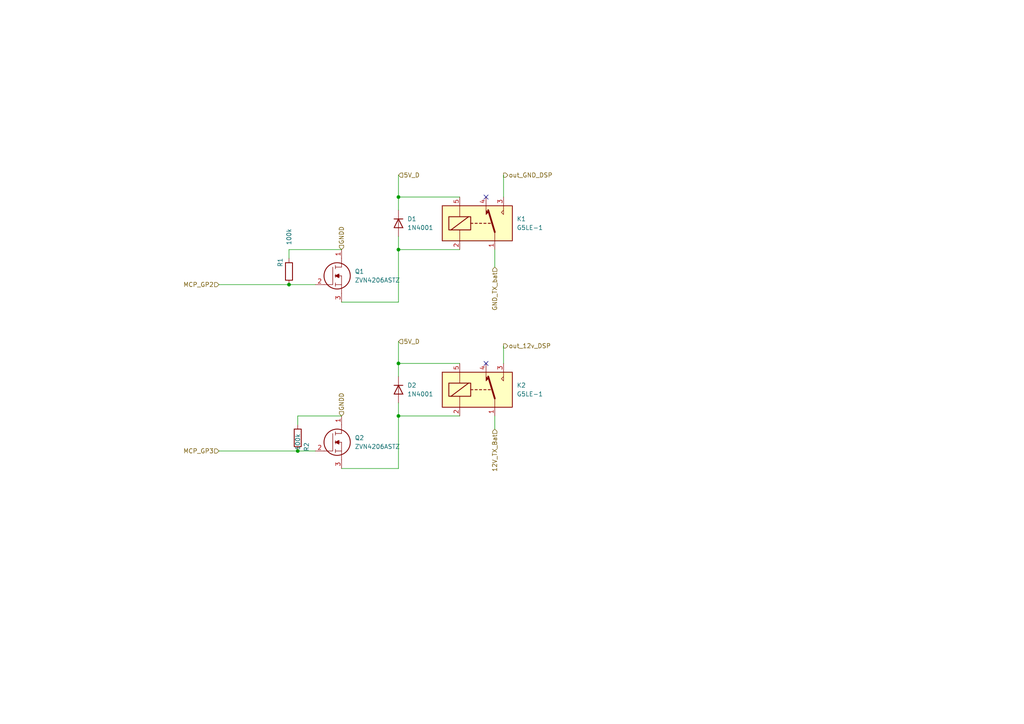
<source format=kicad_sch>
(kicad_sch (version 20211123) (generator eeschema)
  (paper "A4")
  (title_block (title "Relay_switch_dsp"))
  (lib_symbols
    (symbol "Device:R" (pin_numbers hide) (pin_names (offset 0))
      (property "Reference" "R" (at 2.032 0 90))
      (property "Value" "R" (at 0 0 90))
      (symbol "R_0_1"
        (rectangle (start -1.016 -2.54) (end 1.016 2.54) (stroke (width 0.254)))
      )
      (symbol "R_1_1"
        (pin passive line (at 0 3.81 270) (length 1.27) (name "~") (number "1"))
        (pin passive line (at 0 -3.81 90) (length 1.27) (name "~") (number "2"))
      )
    )
    (symbol "Diode:1N4001" (pin_numbers hide) (pin_names (offset 1.016) hide)
      (property "Reference" "D" (at 0 2.54 0))
      (property "Value" "1N4001" (at 0 -2.54 0))
      (symbol "1N4001_0_1"
        (polyline (pts (xy -1.27 1.27) (xy -1.27 -1.27)) (stroke (width 0.254)))
        (polyline (pts (xy 1.27 0) (xy -1.27 0)))
        (polyline (pts (xy 1.27 1.27) (xy 1.27 -1.27) (xy -1.27 0) (xy 1.27 1.27)) (stroke (width 0.254)))
      )
      (symbol "1N4001_1_1"
        (pin passive line (at -3.81 0 0) (length 2.54) (name "K") (number "1"))
        (pin passive line (at 3.81 0 180) (length 2.54) (name "A") (number "2"))
      )
    )
    (symbol "Relay:G5LE-1"
      (property "Reference" "K" (at 11.43 3.81 0))
      (property "Value" "G5LE-1" (at 11.43 1.27 0))
      (symbol "G5LE-1_0_0"
        (polyline (pts (xy 7.62 5.08) (xy 7.62 2.54) (xy 6.985 3.175) (xy 7.62 3.81)))
      )
      (symbol "G5LE-1_0_1"
        (rectangle (start -10.16 5.08) (end 10.16 -5.08) (stroke (width 0.254)) (fill (type background)))
        (rectangle (start -8.255 1.905) (end -1.905 -1.905) (stroke (width 0.254)))
        (polyline (pts (xy -7.62 -1.905) (xy -2.54 1.905)) (stroke (width 0.254)))
        (polyline (pts (xy -5.08 -5.08) (xy -5.08 -1.905)))
        (polyline (pts (xy -5.08 5.08) (xy -5.08 1.905)))
        (polyline (pts (xy -1.905 0) (xy -1.27 0)) (stroke (width 0.254)))
        (polyline (pts (xy -0.635 0) (xy 0 0)) (stroke (width 0.254)))
        (polyline (pts (xy 0.635 0) (xy 1.27 0)) (stroke (width 0.254)))
        (polyline (pts (xy 1.905 0) (xy 2.54 0)) (stroke (width 0.254)))
        (polyline (pts (xy 3.175 0) (xy 3.81 0)) (stroke (width 0.254)))
        (polyline (pts (xy 5.08 -2.54) (xy 3.175 3.81)) (stroke (width 0.508)))
        (polyline (pts (xy 5.08 -2.54) (xy 5.08 -5.08)))
        (polyline (pts (xy 2.54 5.08) (xy 2.54 2.54) (xy 3.175 3.175) (xy 2.54 3.81)) (fill (type outline)))
      )
      (symbol "G5LE-1_1_1"
        (pin passive line (at 5.08 -7.62 90) (length 2.54) (name "~") (number "1"))
        (pin passive line (at -5.08 -7.62 90) (length 2.54) (name "~") (number "2"))
        (pin passive line (at 7.62 7.62 270) (length 2.54) (name "~") (number "3"))
        (pin passive line (at 2.54 7.62 270) (length 2.54) (name "~") (number "4"))
        (pin passive line (at -5.08 7.62 270) (length 2.54) (name "~") (number "5"))
      )
    )
    (symbol "ZVN4206A:ZVN4206ASTZ" (pin_names (offset 0.762))
      (property "Reference" "Q" (at 11.43 3.81 0))
      (property "Value" "ZVN4206ASTZ" (at 11.43 1.27 0))
      (symbol "ZVN4206ASTZ_0_0"
        (pin passive line (at 7.62 10.16 270) (length 2.54) (name "~") (number "1"))
        (pin passive line (at 0 0 0) (length 2.54) (name "~") (number "2"))
        (pin passive line (at 7.62 -5.08 90) (length 2.54) (name "~") (number "3"))
      )
      (symbol "ZVN4206ASTZ_0_1"
        (polyline (pts (xy 5.842 -0.508) (xy 5.842 0.508)) (stroke (width 0.1524)))
        (polyline (pts (xy 5.842 0) (xy 7.62 0)) (stroke (width 0.1524)))
        (polyline (pts (xy 5.842 2.032) (xy 5.842 3.048)) (stroke (width 0.1524)))
        (polyline (pts (xy 5.842 5.588) (xy 5.842 4.572)) (stroke (width 0.1524)))
        (polyline (pts (xy 7.62 2.54) (xy 5.842 2.54)) (stroke (width 0.1524)))
        (polyline (pts (xy 7.62 2.54) (xy 7.62 -2.54)) (stroke (width 0.1524)))
        (polyline (pts (xy 7.62 5.08) (xy 5.842 5.08)) (stroke (width 0.1524)))
        (polyline (pts (xy 7.62 5.08) (xy 7.62 7.62)) (stroke (width 0.1524)))
        (polyline (pts (xy 2.54 0) (xy 5.08 0) (xy 5.08 5.08)) (stroke (width 0.1524)))
        (polyline (pts (xy 5.842 2.54) (xy 6.858 3.048) (xy 6.858 2.032) (xy 5.842 2.54)) (stroke (width 0.254)) (fill (type outline)))
        (circle (center 6.35 2.54) (radius 3.81) (stroke (width 0.254)))
      )
    )
  )
  (junction (at 115.57 120.65))
  (junction (at 115.57 57.15))
  (junction (at 115.57 105.41))
  (junction (at 83.82 82.55))
  (junction (at 115.57 72.39))
  (junction (at 86.36 130.81))
  (no_connect (at 140.97 57.15))
  (no_connect (at 140.97 105.41))
  (wire (pts (xy 146.05 50.8) (xy 146.05 57.15)))
  (wire (pts (xy 83.82 72.39) (xy 99.06 72.39)))
  (wire (pts (xy 115.57 120.65) (xy 133.35 120.65)))
  (wire (pts (xy 115.57 57.15) (xy 115.57 60.96)))
  (wire (pts (xy 99.06 87.63) (xy 115.57 87.63)))
  (wire (pts (xy 143.51 120.65) (xy 143.51 124.46)))
  (wire (pts (xy 115.57 135.89) (xy 115.57 120.65)))
  (wire (pts (xy 86.36 123.19) (xy 86.36 120.65)))
  (wire (pts (xy 115.57 87.63) (xy 115.57 72.39)))
  (wire (pts (xy 143.51 72.39) (xy 143.51 77.47)))
  (wire (pts (xy 115.57 99.06) (xy 115.57 105.41)))
  (wire (pts (xy 63.5 130.81) (xy 86.36 130.81)))
  (wire (pts (xy 83.82 82.55) (xy 91.44 82.55)))
  (wire (pts (xy 133.35 105.41) (xy 115.57 105.41)))
  (wire (pts (xy 63.5 82.55) (xy 83.82 82.55)))
  (wire (pts (xy 115.57 50.8) (xy 115.57 57.15)))
  (wire (pts (xy 146.05 100.33) (xy 146.05 105.41)))
  (wire (pts (xy 99.06 135.89) (xy 115.57 135.89)))
  (wire (pts (xy 115.57 105.41) (xy 115.57 109.22)))
  (wire (pts (xy 86.36 120.65) (xy 99.06 120.65)))
  (wire (pts (xy 115.57 68.58) (xy 115.57 72.39)))
  (wire (pts (xy 86.36 130.81) (xy 91.44 130.81)))
  (wire (pts (xy 133.35 57.15) (xy 115.57 57.15)))
  (wire (pts (xy 83.82 74.93) (xy 83.82 72.39)))
  (wire (pts (xy 115.57 72.39) (xy 133.35 72.39)))
  (wire (pts (xy 115.57 116.84) (xy 115.57 120.65)))
  (hierarchical_label "out_GND_DSP" (shape output) (at 146.05 50.8 0))
  (hierarchical_label "out_12v_DSP" (shape output) (at 146.05 100.33 0))
  (hierarchical_label "GNDD" (shape input) (at 99.06 120.65 90))
  (hierarchical_label "5V_D" (shape input) (at 115.57 99.06 0))
  (hierarchical_label "12V_TX_Bat" (shape input) (at 143.51 124.46 270))
  (hierarchical_label "5V_D" (shape input) (at 115.57 50.8 0))
  (hierarchical_label "MCP_GP2" (shape input) (at 63.5 82.55 180))
  (hierarchical_label "GND_TX_bat" (shape input) (at 143.51 77.47 270))
  (hierarchical_label "GNDD" (shape input) (at 99.06 72.39 90))
  (hierarchical_label "MCP_GP3" (shape input) (at 63.5 130.81 180))
  (symbol (lib_id "ZVN4206A:ZVN4206ASTZ") (at 91.44 130.81 0) (unit 1)
    (property "Reference" "Q2" (at 102.87 126.9999 0) (effects (justify left)))
    (property "Value" "ZVN4206ASTZ" (at 102.87 129.5399 0) (effects (justify left)))
    (property "Footprint" "Package_TO_SOT_THT:TO-92L_Wide" (effects hide))
    (property "Datasheet" "https://www.diodes.com/assets/Datasheets/ZVN4206A.pdf" (effects hide))
    (property "Description" "N-Channel 60 V 600mA (Ta) 700mW (Ta) Through Hole E-Line (TO-92 compatible)" (effects hide))
    (property "Height" "4.01" (effects hide))
    (property "Manufacturer_Name" "Diodes Inc." (effects hide))
    (property "Manufacturer_Part_Number" "ZVN4206ASTZ" (effects hide))
    (property "Mouser Part Number" "522-ZVN4206ASTZ" (effects hide))
    (property "Mouser Price/Stock" "https://www.mouser.co.uk/ProductDetail/Diodes-Incorporated/ZVN4206ASTZ?qs=OlC7AqGiEDlGIiNe7stL%252BQ%3D%3D" (effects hide))
    (property "Arrow Part Number" "ZVN4206ASTZ" (effects hide))
    (property "Arrow Price/Stock" "https://www.arrow.com/en/products/zvn4206astz/diodes-incorporated?region=nac" (effects hide))
  )
  (symbol (lib_id "Relay:G5LE-1") (at 138.43 64.77 0) (unit 1)
    (property "Reference" "K1" (at 149.86 63.4999 0) (effects (justify left)))
    (property "Value" "G5LE-1" (at 149.86 66.0399 0) (effects (justify left)))
    (property "Footprint" "Relay_THT:Relay_SPDT_Omron-G5LE-1" (effects hide))
    (property "Datasheet" "http://www.omron.com/ecb/products/pdf/en-g5le.pdf" (effects hide))
  )
  (symbol (lib_id "Relay:G5LE-1") (at 138.43 113.03 0) (unit 1)
    (property "Reference" "K2" (at 149.86 111.7599 0) (effects (justify left)))
    (property "Value" "G5LE-1" (at 149.86 114.2999 0) (effects (justify left)))
    (property "Footprint" "Relay_THT:Relay_SPDT_Omron-G5LE-1" (effects hide))
    (property "Datasheet" "http://www.omron.com/ecb/products/pdf/en-g5le.pdf" (effects hide))
  )
  (symbol (lib_id "Diode:1N4001") (at 115.57 113.03 270) (unit 1)
    (property "Reference" "D2" (at 118.11 111.7599 90) (effects (justify left)))
    (property "Value" "1N4001" (at 118.11 114.2999 90) (effects (justify left)))
    (property "Footprint" "Diode_THT:D_DO-41_SOD81_P10.16mm_Horizontal" (effects hide))
    (property "Datasheet" "http://www.vishay.com/docs/88503/1n4001.pdf" (effects hide))
  )
  (symbol (lib_id "ZVN4206A:ZVN4206ASTZ") (at 91.44 82.55 0) (unit 1)
    (property "Reference" "Q1" (at 102.87 78.7399 0) (effects (justify left)))
    (property "Value" "ZVN4206ASTZ" (at 102.87 81.2799 0) (effects (justify left)))
    (property "Footprint" "Package_TO_SOT_THT:TO-92L_Wide" (effects hide))
    (property "Datasheet" "https://www.diodes.com/assets/Datasheets/ZVN4206A.pdf" (effects hide))
    (property "Description" "N-Channel 60 V 600mA (Ta) 700mW (Ta) Through Hole E-Line (TO-92 compatible)" (effects hide))
    (property "Height" "4.01" (effects hide))
    (property "Manufacturer_Name" "Diodes Inc." (effects hide))
    (property "Manufacturer_Part_Number" "ZVN4206ASTZ" (effects hide))
    (property "Mouser Part Number" "522-ZVN4206ASTZ" (effects hide))
    (property "Mouser Price/Stock" "https://www.mouser.co.uk/ProductDetail/Diodes-Incorporated/ZVN4206ASTZ?qs=OlC7AqGiEDlGIiNe7stL%252BQ%3D%3D" (effects hide))
    (property "Arrow Part Number" "ZVN4206ASTZ" (effects hide))
    (property "Arrow Price/Stock" "https://www.arrow.com/en/products/zvn4206astz/diodes-incorporated?region=nac" (effects hide))
  )
  (symbol (lib_id "Diode:1N4001") (at 115.57 64.77 270) (unit 1)
    (property "Reference" "D1" (at 118.11 63.4999 90) (effects (justify left)))
    (property "Value" "1N4001" (at 118.11 66.0399 90) (effects (justify left)))
    (property "Footprint" "Diode_THT:D_DO-41_SOD81_P10.16mm_Horizontal" (effects hide))
    (property "Datasheet" "http://www.vishay.com/docs/88503/1n4001.pdf" (effects hide))
  )
  (symbol (lib_id "Device:R") (at 83.82 78.74 0) (unit 1)
    (property "Reference" "R1" (at 81.28 77.47 90) (effects (justify left)))
    (property "Value" "100k" (at 83.82 71.12 90) (effects (justify left)))
    (property "Footprint" "Resistor_THT:R_Axial_DIN0207_L6.3mm_D2.5mm_P7.62mm_Horizontal" (effects hide))
  )
  (symbol (lib_id "Device:R") (at 86.36 127 180) (unit 1)
    (property "Reference" "R2" (at 88.9 128.27 90) (effects (justify left)))
    (property "Value" "100k" (at 86.36 125.73 90) (effects (justify left)))
    (property "Footprint" "Resistor_THT:R_Axial_DIN0207_L6.3mm_D2.5mm_P7.62mm_Horizontal" (effects hide))
  )
)
</source>
